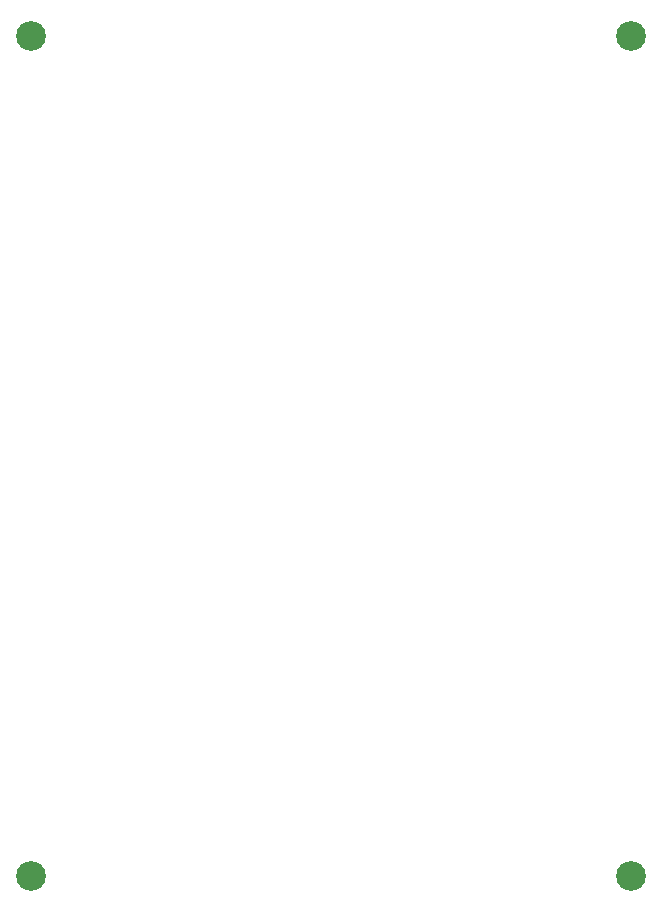
<source format=gbr>
%TF.GenerationSoftware,KiCad,Pcbnew,8.0.2*%
%TF.CreationDate,2024-07-17T11:39:47+05:30*%
%TF.ProjectId,smart lock,736d6172-7420-46c6-9f63-6b2e6b696361,v1*%
%TF.SameCoordinates,Original*%
%TF.FileFunction,NonPlated,1,2,NPTH,Drill*%
%TF.FilePolarity,Positive*%
%FSLAX46Y46*%
G04 Gerber Fmt 4.6, Leading zero omitted, Abs format (unit mm)*
G04 Created by KiCad (PCBNEW 8.0.2) date 2024-07-17 11:39:47*
%MOMM*%
%LPD*%
G01*
G04 APERTURE LIST*
%TA.AperFunction,ComponentDrill*%
%ADD10C,2.514600*%
%TD*%
G04 APERTURE END LIST*
D10*
%TO.C,MOD1*%
X91600000Y-80940000D03*
X91600000Y-152060000D03*
X142400000Y-80940000D03*
X142400000Y-152060000D03*
M02*

</source>
